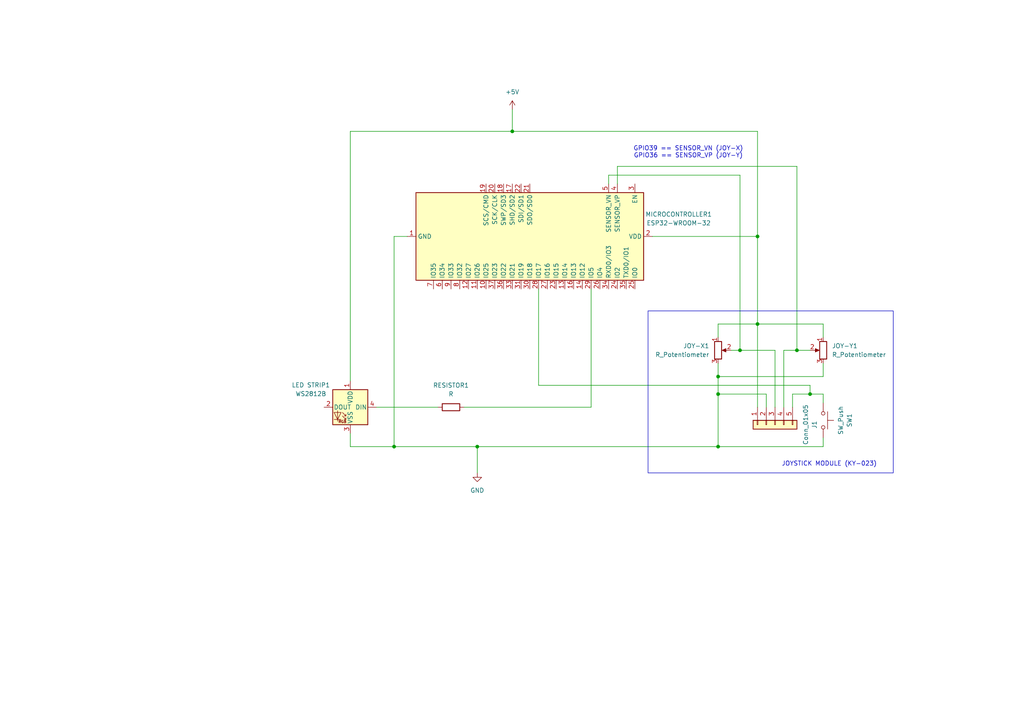
<source format=kicad_sch>
(kicad_sch (version 20250114) (generator "eeschema") (generator_version "9.0")
  (paper "A4")
  (lib_symbols
    (symbol "Connector_Generic:Conn_01x05" (pin_names (offset 1.016) (hide yes))
      (property "Reference" "J" (at 0 7.62 0))
      (property "Value" "Conn_01x05" (at 0 -7.62 0))
      (symbol "Conn_01x05_1_1"
        (rectangle (start -1.27 6.35) (end 1.27 -6.35) (stroke (width 0.254)) (fill (type background)))
        (rectangle (start -1.27 5.207) (end 0 4.953) (stroke (width 0.1524)))
        (rectangle (start -1.27 2.667) (end 0 2.413) (stroke (width 0.1524)))
        (rectangle (start -1.27 0.127) (end 0 -0.127) (stroke (width 0.1524)))
        (rectangle (start -1.27 -2.413) (end 0 -2.667) (stroke (width 0.1524)))
        (rectangle (start -1.27 -4.953) (end 0 -5.207) (stroke (width 0.1524)))
        (pin passive line (at -5.08 5.08 0) (length 3.81) (name "Pin_1") (number "1"))
        (pin passive line (at -5.08 2.54 0) (length 3.81) (name "Pin_2") (number "2"))
        (pin passive line (at -5.08 0 0) (length 3.81) (name "Pin_3") (number "3"))
        (pin passive line (at -5.08 -2.54 0) (length 3.81) (name "Pin_4") (number "4"))
        (pin passive line (at -5.08 -5.08 0) (length 3.81) (name "Pin_5") (number "5"))
      )
    )
    (symbol "Device:R" (pin_numbers (hide yes)) (pin_names (offset 0))
      (property "Reference" "R" (at 2.032 0 90))
      (property "Value" "R" (at 0 0 90))
      (symbol "R_0_1"
        (rectangle (start -1.016 -2.54) (end 1.016 2.54) (stroke (width 0.254)))
      )
      (symbol "R_1_1"
        (pin passive line (at 0 3.81 270) (length 1.27) (name "~") (number "1"))
        (pin passive line (at 0 -3.81 90) (length 1.27) (name "~") (number "2"))
      )
    )
    (symbol "Device:R_Potentiometer" (pin_names (offset 1.016) (hide yes))
      (property "Reference" "RV" (at -4.445 0 90))
      (property "Value" "R_Potentiometer" (at -2.54 0 90))
      (symbol "R_Potentiometer_0_1"
        (rectangle (start 1.016 2.54) (end -1.016 -2.54) (stroke (width 0.254)))
        (polyline (pts (xy 1.143 0) (xy 2.286 0.508) (xy 2.286 -0.508) (xy 1.143 0)) (fill (type outline)))
        (polyline (pts (xy 2.54 0) (xy 1.524 0)))
      )
      (symbol "R_Potentiometer_1_1"
        (pin passive line (at 0 3.81 270) (length 1.27) (name "1") (number "1"))
        (pin passive line (at 0 -3.81 90) (length 1.27) (name "3") (number "3"))
        (pin passive line (at 3.81 0 180) (length 1.27) (name "2") (number "2"))
      )
    )
    (symbol "LED:WS2812B" (pin_names (offset 0.254))
      (property "Reference" "D" (at 5.08 5.715 0))
      (property "Value" "WS2812B" (at 1.27 -5.715 0))
      (symbol "WS2812B_0_0"
        (text "RGB" (at 2.286 -4.191 0) (effects (font (size 0.762 0.762))))
      )
      (symbol "WS2812B_0_1"
        (polyline (pts (xy 1.27 -2.54) (xy 1.778 -2.54)))
        (polyline (pts (xy 1.27 -3.556) (xy 1.778 -3.556)))
        (polyline (pts (xy 2.286 -1.524) (xy 1.27 -2.54) (xy 1.27 -2.032)))
        (polyline (pts (xy 2.286 -2.54) (xy 1.27 -3.556) (xy 1.27 -3.048)))
        (polyline (pts (xy 3.683 -1.016) (xy 3.683 -3.556) (xy 3.683 -4.064)))
        (polyline (pts (xy 4.699 -1.524) (xy 2.667 -1.524) (xy 3.683 -3.556) (xy 4.699 -1.524)))
        (polyline (pts (xy 4.699 -3.556) (xy 2.667 -3.556)))
        (rectangle (start 5.08 5.08) (end -5.08 -5.08) (stroke (width 0.254)) (fill (type background)))
      )
      (symbol "WS2812B_1_1"
        (pin input line (at -7.62 0 0) (length 2.54) (name "DIN") (number "4"))
        (pin power_in line (at 0 7.62 270) (length 2.54) (name "VDD") (number "1"))
        (pin power_in line (at 0 -7.62 90) (length 2.54) (name "VSS") (number "3"))
        (pin output line (at 7.62 0 180) (length 2.54) (name "DOUT") (number "2"))
      )
    )
    (symbol "RF_Module:ESP32-WROOM-32"
      (property "Reference" "U" (at -12.7 34.29 0))
      (property "Value" "ESP32-WROOM-32" (at 1.27 34.29 0))
      (symbol "ESP32-WROOM-32_0_1"
        (rectangle (start -12.7 33.02) (end 12.7 -33.02) (stroke (width 0.254)) (fill (type background)))
      )
      (symbol "ESP32-WROOM-32_1_1"
        (pin input line (at -15.24 30.48 0) (length 2.54) (name "EN") (number "3"))
        (pin input line (at -15.24 25.4 0) (length 2.54) (name "SENSOR_VP") (number "4"))
        (pin input line (at -15.24 22.86 0) (length 2.54) (name "SENSOR_VN") (number "5"))
        (pin bidirectional line (at -15.24 0 0) (length 2.54) (name "SDO/SD0") (number "21"))
        (pin bidirectional line (at -15.24 -2.54 0) (length 2.54) (name "SDI/SD1") (number "22"))
        (pin bidirectional line (at -15.24 -5.08 0) (length 2.54) (name "SHD/SD2") (number "17"))
        (pin bidirectional line (at -15.24 -7.62 0) (length 2.54) (name "SWP/SD3") (number "18"))
        (pin bidirectional line (at -15.24 -10.16 0) (length 2.54) (name "SCK/CLK") (number "20"))
        (pin bidirectional line (at -15.24 -12.7 0) (length 2.54) (name "SCS/CMD") (number "19"))
        (pin no_connect line (at -12.7 -27.94 0) (length 2.54) (hide yes) (name "NC") (number "32"))
        (pin power_in line (at 0 35.56 270) (length 2.54) (name "VDD") (number "2"))
        (pin power_in line (at 0 -35.56 90) (length 2.54) (name "GND") (number "1"))
        (pin passive line (at 0 -35.56 90) (length 2.54) (hide yes) (name "GND") (number "15"))
        (pin passive line (at 0 -35.56 90) (length 2.54) (hide yes) (name "GND") (number "38"))
        (pin passive line (at 0 -35.56 90) (length 2.54) (hide yes) (name "GND") (number "39"))
        (pin bidirectional line (at 15.24 30.48 180) (length 2.54) (name "IO0") (number "25"))
        (pin bidirectional line (at 15.24 27.94 180) (length 2.54) (name "TXD0/IO1") (number "35"))
        (pin bidirectional line (at 15.24 25.4 180) (length 2.54) (name "IO2") (number "24"))
        (pin bidirectional line (at 15.24 22.86 180) (length 2.54) (name "RXD0/IO3") (number "34"))
        (pin bidirectional line (at 15.24 20.32 180) (length 2.54) (name "IO4") (number "26"))
        (pin bidirectional line (at 15.24 17.78 180) (length 2.54) (name "IO5") (number "29"))
        (pin bidirectional line (at 15.24 15.24 180) (length 2.54) (name "IO12") (number "14"))
        (pin bidirectional line (at 15.24 12.7 180) (length 2.54) (name "IO13") (number "16"))
        (pin bidirectional line (at 15.24 10.16 180) (length 2.54) (name "IO14") (number "13"))
        (pin bidirectional line (at 15.24 7.62 180) (length 2.54) (name "IO15") (number "23"))
        (pin bidirectional line (at 15.24 5.08 180) (length 2.54) (name "IO16") (number "27"))
        (pin bidirectional line (at 15.24 2.54 180) (length 2.54) (name "IO17") (number "28"))
        (pin bidirectional line (at 15.24 0 180) (length 2.54) (name "IO18") (number "30"))
        (pin bidirectional line (at 15.24 -2.54 180) (length 2.54) (name "IO19") (number "31"))
        (pin bidirectional line (at 15.24 -5.08 180) (length 2.54) (name "IO21") (number "33"))
        (pin bidirectional line (at 15.24 -7.62 180) (length 2.54) (name "IO22") (number "36"))
        (pin bidirectional line (at 15.24 -10.16 180) (length 2.54) (name "IO23") (number "37"))
        (pin bidirectional line (at 15.24 -12.7 180) (length 2.54) (name "IO25") (number "10"))
        (pin bidirectional line (at 15.24 -15.24 180) (length 2.54) (name "IO26") (number "11"))
        (pin bidirectional line (at 15.24 -17.78 180) (length 2.54) (name "IO27") (number "12"))
        (pin bidirectional line (at 15.24 -20.32 180) (length 2.54) (name "IO32") (number "8"))
        (pin bidirectional line (at 15.24 -22.86 180) (length 2.54) (name "IO33") (number "9"))
        (pin input line (at 15.24 -25.4 180) (length 2.54) (name "IO34") (number "6"))
        (pin input line (at 15.24 -27.94 180) (length 2.54) (name "IO35") (number "7"))
      )
    )
    (symbol "Switch:SW_Push" (pin_numbers (hide yes)) (pin_names (offset 1.016) (hide yes))
      (property "Reference" "SW" (at 1.27 2.54 0))
      (property "Value" "SW_Push" (at 0 -1.524 0))
      (symbol "SW_Push_0_1"
        (circle (center -2.032 0) (radius 0.508))
        (polyline (pts (xy 0 1.27) (xy 0 3.048)))
        (circle (center 2.032 0) (radius 0.508))
        (polyline (pts (xy 2.54 1.27) (xy -2.54 1.27)))
        (pin passive line (at -5.08 0 0) (length 2.54) (name "1") (number "1"))
        (pin passive line (at 5.08 0 180) (length 2.54) (name "2") (number "2"))
      )
    )
    (symbol "power:+5V" (power) (pin_numbers (hide yes)) (pin_names (offset 0) (hide yes))
      (property "Value" "+5V" (at 0 3.556 0))
      (symbol "+5V_0_1"
        (polyline (pts (xy -0.762 1.27) (xy 0 2.54)))
        (polyline (pts (xy 0 2.54) (xy 0.762 1.27)))
        (polyline (pts (xy 0 0) (xy 0 2.54)))
      )
      (symbol "+5V_1_1"
        (pin power_in line (at 0 0 90) (length 0) (name "~") (number "1"))
      )
    )
    (symbol "power:GND" (power) (pin_numbers (hide yes)) (pin_names (offset 0) (hide yes))
      (property "Value" "GND" (at 0 -3.81 0))
      (symbol "GND_0_1"
        (polyline (pts (xy 0 0) (xy 0 -1.27) (xy 1.27 -1.27) (xy 0 -2.54) (xy -1.27 -1.27) (xy 0 -1.27)))
      )
      (symbol "GND_1_1"
        (pin power_in line (at 0 0 270) (length 0) (name "~") (number "1"))
      )
    )
  )
  (rectangle (start 187.96 90.17) (end 259.08 137.16))
  (text "GPIO39 == SENSOR_VN (JOY-X)\nGPIO36 == SENSOR_VP (JOY-Y)" (at 199.644 44.196 0) (effects (font (size 1.27 1.27))))
  (text "JOYSTICK MODULE (KY-023)" (at 240.538 134.62 0) (effects (font (size 1.27 1.27))))
  (junction (at 231.14 101.6))
  (junction (at 219.71 93.98))
  (junction (at 219.71 68.58))
  (junction (at 148.59 38.1))
  (junction (at 114.3 129.54))
  (junction (at 234.95 114.3))
  (junction (at 138.43 129.54))
  (junction (at 208.28 114.3))
  (junction (at 208.28 109.22))
  (junction (at 214.63 101.6))
  (junction (at 208.28 129.54))
  (wire (pts (xy 176.53 53.34) (xy 176.53 50.8)))
  (wire (pts (xy 227.33 101.6) (xy 231.14 101.6)))
  (wire (pts (xy 238.76 127) (xy 238.76 129.54)))
  (wire (pts (xy 212.09 101.6) (xy 214.63 101.6)))
  (wire (pts (xy 214.63 101.6) (xy 224.79 101.6)))
  (wire (pts (xy 156.21 111.76) (xy 234.95 111.76)))
  (wire (pts (xy 134.62 118.11) (xy 171.45 118.11)))
  (wire (pts (xy 208.28 97.79) (xy 208.28 93.98)))
  (wire (pts (xy 208.28 129.54) (xy 208.28 114.3)))
  (wire (pts (xy 231.14 101.6) (xy 234.95 101.6)))
  (wire (pts (xy 234.95 111.76) (xy 234.95 114.3)))
  (wire (pts (xy 148.59 38.1) (xy 219.71 38.1)))
  (wire (pts (xy 101.6 38.1) (xy 148.59 38.1)))
  (wire (pts (xy 208.28 105.41) (xy 208.28 109.22)))
  (wire (pts (xy 179.07 53.34) (xy 179.07 48.26)))
  (wire (pts (xy 179.07 48.26) (xy 231.14 48.26)))
  (wire (pts (xy 238.76 109.22) (xy 208.28 109.22)))
  (wire (pts (xy 138.43 129.54) (xy 138.43 137.16)))
  (wire (pts (xy 148.59 38.1) (xy 148.59 31.75)))
  (wire (pts (xy 238.76 97.79) (xy 238.76 93.98)))
  (wire (pts (xy 219.71 68.58) (xy 219.71 93.98)))
  (wire (pts (xy 222.25 114.3) (xy 208.28 114.3)))
  (wire (pts (xy 114.3 68.58) (xy 114.3 129.54)))
  (wire (pts (xy 238.76 114.3) (xy 238.76 116.84)))
  (wire (pts (xy 229.87 114.3) (xy 234.95 114.3)))
  (wire (pts (xy 227.33 101.6) (xy 227.33 118.11)))
  (wire (pts (xy 208.28 129.54) (xy 238.76 129.54)))
  (wire (pts (xy 238.76 105.41) (xy 238.76 109.22)))
  (wire (pts (xy 214.63 50.8) (xy 214.63 101.6)))
  (wire (pts (xy 189.23 68.58) (xy 219.71 68.58)))
  (wire (pts (xy 219.71 93.98) (xy 219.71 118.11)))
  (wire (pts (xy 229.87 114.3) (xy 229.87 118.11)))
  (wire (pts (xy 101.6 125.73) (xy 101.6 129.54)))
  (wire (pts (xy 101.6 38.1) (xy 101.6 110.49)))
  (wire (pts (xy 146.05 228.6) (xy 123.19 228.6)))
  (wire (pts (xy 224.79 101.6) (xy 224.79 118.11)))
  (wire (pts (xy 219.71 38.1) (xy 219.71 68.58)))
  (wire (pts (xy 114.3 129.54) (xy 138.43 129.54)))
  (wire (pts (xy 208.28 109.22) (xy 208.28 114.3)))
  (wire (pts (xy 219.71 93.98) (xy 238.76 93.98)))
  (wire (pts (xy 176.53 50.8) (xy 214.63 50.8)))
  (wire (pts (xy 156.21 83.82) (xy 156.21 111.76)))
  (wire (pts (xy 222.25 118.11) (xy 222.25 114.3)))
  (wire (pts (xy 231.14 48.26) (xy 231.14 101.6)))
  (wire (pts (xy 109.22 118.11) (xy 127 118.11)))
  (wire (pts (xy 171.45 83.82) (xy 171.45 118.11)))
  (wire (pts (xy 208.28 93.98) (xy 219.71 93.98)))
  (wire (pts (xy 234.95 114.3) (xy 238.76 114.3)))
  (wire (pts (xy 138.43 129.54) (xy 208.28 129.54)))
  (wire (pts (xy 101.6 129.54) (xy 114.3 129.54)))
  (wire (pts (xy 114.3 68.58) (xy 118.11 68.58)))
  (symbol (lib_id "power:+5V") (at 148.59 31.75 0) (unit 1)
    (property "Reference" "#PWR05" (effects (hide yes)))
    (property "Value" "+5V" (at 148.59 26.67 0))
    (property "Description" "Power symbol creates a global label with name \"+5V\"" (effects (hide yes)))
  )
  (symbol (lib_id "Device:R") (at 130.81 118.11 90) (unit 1)
    (property "Reference" "RESISTOR1" (at 130.81 111.76 90))
    (property "Value" "R" (at 130.81 114.3 90))
    (property "Footprint" "Resistor_SMD:R_0805_2012Metric" (effects (hide yes)))
    (property "Description" "Resistor" (effects (hide yes)))
  )
  (symbol (lib_id "LED:WS2812B") (at 101.6 118.11 0) (mirror y) (unit 1)
    (property "Reference" "LED STRIP1" (at 90.17 111.6898 0))
    (property "Value" "WS2812B" (at 90.17 114.2298 0))
    (property "Footprint" "LED_SMD:LED_WS2812B_PLCC4_5.0x5.0mm_P3.2mm" (effects (hide yes)))
    (property "Datasheet" "https://cdn-shop.adafruit.com/datasheets/WS2812B.pdf" (effects (hide yes)))
    (property "Description" "RGB LED with integrated controller" (effects (hide yes)))
  )
  (symbol (lib_id "power:GND") (at 138.43 137.16 0) (unit 1)
    (property "Reference" "#PWR06" (effects (hide yes)))
    (property "Value" "GND" (at 138.43 142.24 0))
    (property "Description" "Power symbol creates a global label with name \"GND\" , ground" (effects (hide yes)))
  )
  (symbol (lib_id "Device:R_Potentiometer") (at 208.28 101.6 0) (unit 1)
    (property "Reference" "JOY-X1" (at 205.74 100.3299 0) (effects (justify right)))
    (property "Value" "R_Potentiometer" (at 205.74 102.8699 0) (effects (justify right)))
    (property "Footprint" "Potentiometer_THT:Potentiometer_Bourns_3386P_Vertical" (effects (hide yes)))
    (property "Description" "Potentiometer" (effects (hide yes)))
  )
  (symbol (lib_id "Device:R_Potentiometer") (at 238.76 101.6 0) (mirror y) (unit 1)
    (property "Reference" "JOY-Y1" (at 241.3 100.3299 0) (effects (justify right)))
    (property "Value" "R_Potentiometer" (at 241.3 102.8699 0) (effects (justify right)))
    (property "Footprint" "Potentiometer_THT:Potentiometer_Bourns_3386P_Vertical" (effects (hide yes)))
    (property "Description" "Potentiometer" (effects (hide yes)))
  )
  (symbol (lib_id "RF_Module:ESP32-WROOM-32") (at 153.67 68.58 270) (unit 1)
    (property "Reference" "MICROCONTROLLER1" (at 196.85 62.1598 90))
    (property "Value" "ESP32-WROOM-32" (at 196.85 64.6998 90))
    (property "Footprint" "RF_Module:ESP32-WROOM-32" (effects (hide yes)))
    (property "Datasheet" "https://www.espressif.com/sites/default/files/documentation/esp32-wroom-32_datasheet_en.pdf" (effects (hide yes)))
    (property "Description" "RF Module, ESP32-D0WDQ6 SoC, Wi-Fi 802.11b/g/n, Bluetooth, BLE, 32-bit, 2.7-3.6V, onboard antenna, SMD" (effects (hide yes)))
  )
  (symbol (lib_id "Switch:SW_Push") (at 238.76 121.92 270) (unit 1)
    (property "Reference" "SW1" (at 246.38 121.92 0))
    (property "Value" "SW_Push" (at 243.84 121.92 0))
    (property "Footprint" "Button_Switch_THT:SW_PUSH_6mm_H9.5mm" (effects (hide yes)))
    (property "Description" "Push button switch, generic, two pins" (effects (hide yes)))
  )
  (symbol (lib_id "Connector_Generic:Conn_01x05") (at 224.79 123.19 90) (mirror x) (unit 1)
    (property "Reference" "J1" (at 236.22 123.19 0))
    (property "Value" "Conn_01x05" (at 233.68 123.19 0))
    (property "Footprint" "Connector_PinHeader_2.54mm:PinHeader_1x05_P2.54mm_Vertical" (effects (hide yes)))
    (property "Description" "Generic connector, single row, 01x05, script generated (kicad-library-utils/schlib/autogen/connector/)" (effects (hide yes)))
  )
)
</source>
